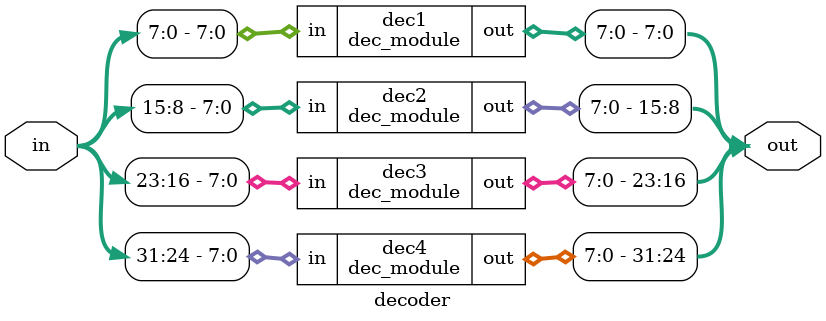
<source format=v>
module dec_module(output [7:0] out, input [7:0]in);
	reg [7:0]temp;
	always@(*) begin
	temp[6:0] = in[6:0] ^ {7{in[7]}};
	temp[7] = in[7];
	end
	assign out = temp;
endmodule

module decoder(output [31:0]out, input wire[31:0] in);
	dec_module dec1(.out(out[7:0]),.in(in[7:0]));
	dec_module dec2(.out(out[15:8]), .in(in[15:8])); 
	dec_module dec3(.out(out[23:16]),.in(in[23:16]));
	dec_module dec4(.out(out[31:24]), .in(in[31:24])); 
endmodule

</source>
